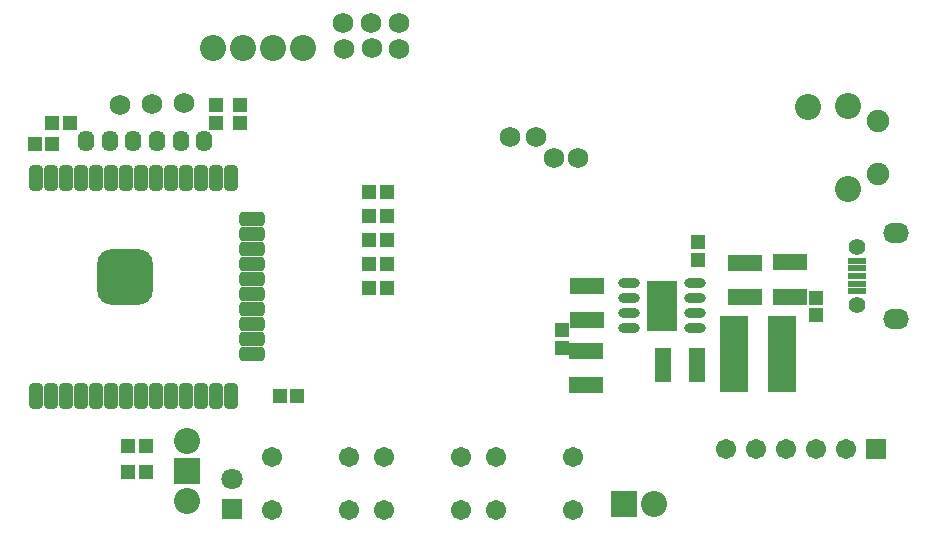
<source format=gbs>
G04 Layer_Color=16711935*
%FSLAX44Y44*%
%MOMM*%
G71*
G01*
G75*
%ADD51R,1.2032X1.2032*%
%ADD53R,1.2032X1.2032*%
%ADD59C,1.7272*%
%ADD60C,2.2032*%
%ADD61C,1.9032*%
%ADD62R,2.2032X2.2032*%
%ADD63O,1.4032X1.8032*%
%ADD64R,1.7032X1.7032*%
%ADD65C,1.7032*%
%ADD66R,2.2032X2.2032*%
%ADD67R,1.8032X1.8032*%
%ADD68C,1.8032*%
%ADD69O,2.2032X1.7032*%
%ADD70C,1.4031*%
G04:AMPARAMS|DCode=71|XSize=2.2032mm|YSize=1.2032mm|CornerRadius=0.3516mm|HoleSize=0mm|Usage=FLASHONLY|Rotation=0.000|XOffset=0mm|YOffset=0mm|HoleType=Round|Shape=RoundedRectangle|*
%AMROUNDEDRECTD71*
21,1,2.2032,0.5000,0,0,0.0*
21,1,1.5000,1.2032,0,0,0.0*
1,1,0.7032,0.7500,-0.2500*
1,1,0.7032,-0.7500,-0.2500*
1,1,0.7032,-0.7500,0.2500*
1,1,0.7032,0.7500,0.2500*
%
%ADD71ROUNDEDRECTD71*%
G04:AMPARAMS|DCode=72|XSize=2.2032mm|YSize=1.2032mm|CornerRadius=0.3516mm|HoleSize=0mm|Usage=FLASHONLY|Rotation=270.000|XOffset=0mm|YOffset=0mm|HoleType=Round|Shape=RoundedRectangle|*
%AMROUNDEDRECTD72*
21,1,2.2032,0.5000,0,0,270.0*
21,1,1.5000,1.2032,0,0,270.0*
1,1,0.7032,-0.2500,-0.7500*
1,1,0.7032,-0.2500,0.7500*
1,1,0.7032,0.2500,0.7500*
1,1,0.7032,0.2500,-0.7500*
%
%ADD72ROUNDEDRECTD72*%
G04:AMPARAMS|DCode=73|XSize=4.7032mm|YSize=4.7032mm|CornerRadius=1.2266mm|HoleSize=0mm|Usage=FLASHONLY|Rotation=270.000|XOffset=0mm|YOffset=0mm|HoleType=Round|Shape=RoundedRectangle|*
%AMROUNDEDRECTD73*
21,1,4.7032,2.2500,0,0,270.0*
21,1,2.2500,4.7032,0,0,270.0*
1,1,2.4532,-1.1250,-1.1250*
1,1,2.4532,-1.1250,1.1250*
1,1,2.4532,1.1250,1.1250*
1,1,2.4532,1.1250,-1.1250*
%
%ADD73ROUNDEDRECTD73*%
%ADD74R,1.1532X1.1532*%
%ADD75R,2.4032X6.5032*%
%ADD76R,2.9232X1.3632*%
%ADD77R,1.3632X2.9232*%
%ADD78O,1.8532X0.8032*%
%ADD79R,2.5032X4.2032*%
%ADD80R,1.6033X0.6032*%
%ADD81C,0.9032*%
D51*
X63250Y362500D02*
D03*
Y377500D02*
D03*
X84000Y362750D02*
D03*
Y377750D02*
D03*
D53*
X-10500Y67000D02*
D03*
X4500D02*
D03*
X-10500Y89000D02*
D03*
X4500D02*
D03*
X208400Y304000D02*
D03*
X193400D02*
D03*
X208400Y223000D02*
D03*
X193400D02*
D03*
X208400Y243250D02*
D03*
X193400D02*
D03*
X208400Y263500D02*
D03*
X193400D02*
D03*
X208400Y283750D02*
D03*
X193400D02*
D03*
X-75000Y362500D02*
D03*
X-60000D02*
D03*
X132500Y131000D02*
D03*
X117500D02*
D03*
X-75000Y345000D02*
D03*
X-90000D02*
D03*
D59*
X-18000Y378000D02*
D03*
X370000Y332500D02*
D03*
X334750Y350250D02*
D03*
X219000Y447250D02*
D03*
X195250D02*
D03*
X171500D02*
D03*
X219000Y425250D02*
D03*
X195375Y425500D02*
D03*
X171750Y425250D02*
D03*
X36500Y379000D02*
D03*
X9250Y378500D02*
D03*
X312250Y350250D02*
D03*
X350000Y332500D02*
D03*
D60*
X564642Y375920D02*
D03*
X599132Y376376D02*
D03*
Y306376D02*
D03*
X434200Y39500D02*
D03*
X39000Y42000D02*
D03*
Y92800D02*
D03*
X137100Y426000D02*
D03*
X111700D02*
D03*
X86300D02*
D03*
X60900D02*
D03*
D61*
X624132Y363876D02*
D03*
Y318876D02*
D03*
D62*
X408800Y39500D02*
D03*
D63*
X-6250Y347250D02*
D03*
X13750D02*
D03*
X33750D02*
D03*
X-26250D02*
D03*
X-46250D02*
D03*
X53750D02*
D03*
D64*
X622300Y86360D02*
D03*
D65*
X596900D02*
D03*
X571500D02*
D03*
X546100D02*
D03*
X520700D02*
D03*
X495300D02*
D03*
X206023Y79513D02*
D03*
X271023D02*
D03*
X206023Y34513D02*
D03*
X271023D02*
D03*
X111023Y79513D02*
D03*
X176023D02*
D03*
X111023Y34513D02*
D03*
X176023D02*
D03*
X301023Y79513D02*
D03*
X366023D02*
D03*
X301023Y34513D02*
D03*
X366023D02*
D03*
D66*
X39000Y67400D02*
D03*
D67*
X77000Y35300D02*
D03*
D68*
Y60700D02*
D03*
D69*
X639262Y269047D02*
D03*
Y196453D02*
D03*
D70*
X606750Y257058D02*
D03*
Y208442D02*
D03*
D71*
X93726Y179840D02*
D03*
Y167140D02*
D03*
Y192540D02*
D03*
Y205240D02*
D03*
Y217940D02*
D03*
Y230640D02*
D03*
Y243340D02*
D03*
Y256040D02*
D03*
Y268740D02*
D03*
Y281440D02*
D03*
D72*
X75946Y131310D02*
D03*
X63246D02*
D03*
X50546D02*
D03*
X37846D02*
D03*
X25146D02*
D03*
X12446D02*
D03*
X-254D02*
D03*
X-12954D02*
D03*
X-25654D02*
D03*
X-38354D02*
D03*
X-51054D02*
D03*
X-63754D02*
D03*
X-76454D02*
D03*
X-89154D02*
D03*
X12446Y315730D02*
D03*
X25146D02*
D03*
X37846D02*
D03*
X50546D02*
D03*
X63246D02*
D03*
X75946D02*
D03*
X-12954D02*
D03*
X-25654D02*
D03*
X-38354D02*
D03*
X-51054D02*
D03*
X-63754D02*
D03*
X-76454D02*
D03*
X-89154D02*
D03*
X-254D02*
D03*
D73*
X-12974Y232054D02*
D03*
D74*
X471500Y246750D02*
D03*
Y261250D02*
D03*
X571750Y199750D02*
D03*
Y214250D02*
D03*
X356500Y186750D02*
D03*
Y172250D02*
D03*
D75*
X543000Y166500D02*
D03*
X502000D02*
D03*
D76*
X511500Y214750D02*
D03*
Y244250D02*
D03*
X377000Y169750D02*
D03*
Y140250D02*
D03*
X378000Y195250D02*
D03*
Y224750D02*
D03*
X549500Y215250D02*
D03*
Y244750D02*
D03*
D77*
X471250Y157500D02*
D03*
X441750D02*
D03*
D78*
X413750Y188450D02*
D03*
Y201150D02*
D03*
Y213850D02*
D03*
Y226550D02*
D03*
X469250Y188450D02*
D03*
Y201150D02*
D03*
Y213850D02*
D03*
Y226550D02*
D03*
D79*
X441500Y207500D02*
D03*
D80*
X606750Y245750D02*
D03*
Y239250D02*
D03*
Y232750D02*
D03*
X606753Y226245D02*
D03*
X606740Y219740D02*
D03*
D81*
X436000Y191000D02*
D03*
X447000D02*
D03*
X436000Y202000D02*
D03*
X447000D02*
D03*
X436000Y213000D02*
D03*
X447000D02*
D03*
X436000Y224000D02*
D03*
X447000D02*
D03*
M02*

</source>
